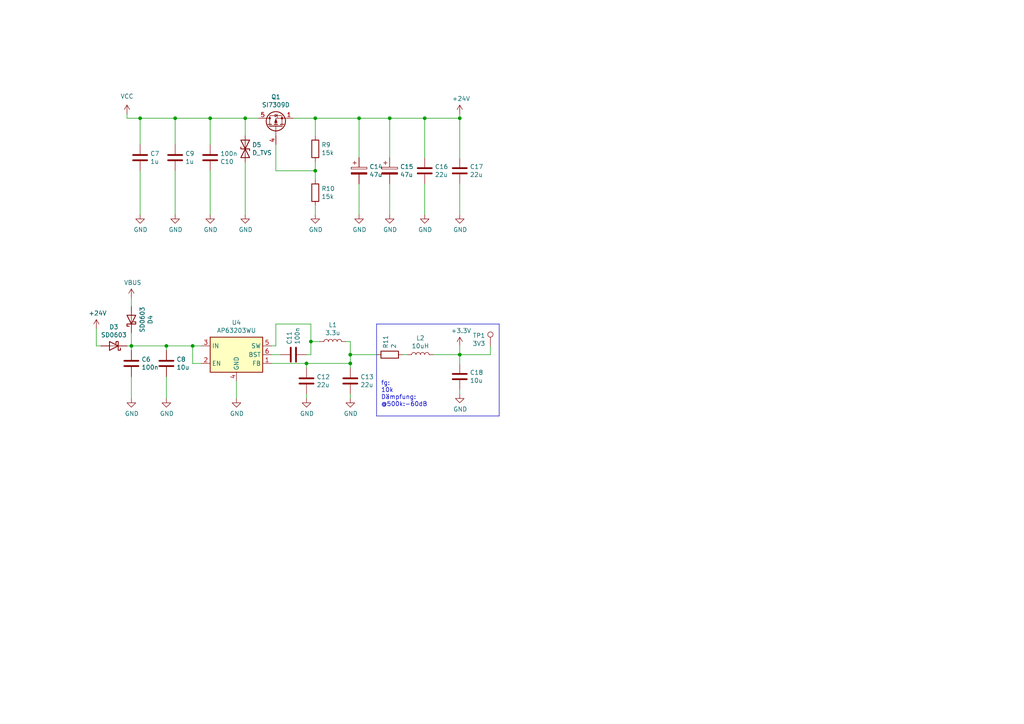
<source format=kicad_sch>
(kicad_sch (version 20230121) (generator eeschema)
  (paper "A4")
  (lib_symbols
    (symbol "Connector:TestPoint" (pin_numbers hide) (pin_names (offset 0.762) hide)
      (property "Reference" "TP" (at 0 6.858 0))
      (property "Value" "TestPoint" (at 0 5.08 0))
      (symbol "TestPoint_0_1"
        (circle (center 0 3.302) (radius 0.762))
      )
      (symbol "TestPoint_1_1"
        (pin passive line (at 0 0 90) (length 2.54) (name "1") (number "1"))
      )
    )
    (symbol "Device:C" (pin_numbers hide) (pin_names (offset 0.254))
      (property "Reference" "C" (at 0.635 2.54 0))
      (property "Value" "C" (at 0.635 -2.54 0))
      (symbol "C_0_1"
        (polyline (pts (xy -2.032 -0.762) (xy 2.032 -0.762)) (stroke (width 0.508)))
        (polyline (pts (xy -2.032 0.762) (xy 2.032 0.762)) (stroke (width 0.508)))
      )
      (symbol "C_1_1"
        (pin passive line (at 0 3.81 270) (length 2.794) (name "~") (number "1"))
        (pin passive line (at 0 -3.81 90) (length 2.794) (name "~") (number "2"))
      )
    )
    (symbol "Device:C_Polarized" (pin_numbers hide) (pin_names (offset 0.254))
      (property "Reference" "C" (at 0.635 2.54 0))
      (property "Value" "C_Polarized" (at 0.635 -2.54 0))
      (symbol "C_Polarized_0_1"
        (rectangle (start -2.286 0.508) (end 2.286 1.016))
        (polyline (pts (xy -1.778 2.286) (xy -0.762 2.286)))
        (polyline (pts (xy -1.27 2.794) (xy -1.27 1.778)))
        (rectangle (start 2.286 -0.508) (end -2.286 -1.016) (fill (type outline)))
      )
      (symbol "C_Polarized_1_1"
        (pin passive line (at 0 3.81 270) (length 2.794) (name "~") (number "1"))
        (pin passive line (at 0 -3.81 90) (length 2.794) (name "~") (number "2"))
      )
    )
    (symbol "Device:D_Schottky" (pin_numbers hide) (pin_names (offset 1.016) hide)
      (property "Reference" "D" (at 0 2.54 0))
      (property "Value" "D_Schottky" (at 0 -2.54 0))
      (symbol "D_Schottky_0_1"
        (polyline (pts (xy 1.27 0) (xy -1.27 0)))
        (polyline (pts (xy 1.27 1.27) (xy 1.27 -1.27) (xy -1.27 0) (xy 1.27 1.27)) (stroke (width 0.254)))
        (polyline (pts (xy -1.905 0.635) (xy -1.905 1.27) (xy -1.27 1.27) (xy -1.27 -1.27) (xy -0.635 -1.27) (xy -0.635 -0.635)) (stroke (width 0.254)))
      )
      (symbol "D_Schottky_1_1"
        (pin passive line (at -3.81 0 0) (length 2.54) (name "K") (number "1"))
        (pin passive line (at 3.81 0 180) (length 2.54) (name "A") (number "2"))
      )
    )
    (symbol "Device:D_TVS" (pin_numbers hide) (pin_names (offset 1.016) hide)
      (property "Reference" "D" (at 0 2.54 0))
      (property "Value" "D_TVS" (at 0 -2.54 0))
      (symbol "D_TVS_0_1"
        (polyline (pts (xy 1.27 0) (xy -1.27 0)))
        (polyline (pts (xy 0.508 1.27) (xy 0 1.27) (xy 0 -1.27) (xy -0.508 -1.27)) (stroke (width 0.254)))
        (polyline (pts (xy -2.54 1.27) (xy -2.54 -1.27) (xy 2.54 1.27) (xy 2.54 -1.27) (xy -2.54 1.27)) (stroke (width 0.254)))
      )
      (symbol "D_TVS_1_1"
        (pin passive line (at -3.81 0 0) (length 2.54) (name "A1") (number "1"))
        (pin passive line (at 3.81 0 180) (length 2.54) (name "A2") (number "2"))
      )
    )
    (symbol "Device:L" (pin_numbers hide) (pin_names (offset 1.016) hide)
      (property "Reference" "L" (at -1.27 0 90))
      (property "Value" "L" (at 1.905 0 90))
      (symbol "L_0_1"
        (arc (start 0 -2.54) (mid 0.6323 -1.905) (end 0 -1.27))
        (arc (start 0 -1.27) (mid 0.6323 -0.635) (end 0 0))
        (arc (start 0 0) (mid 0.6323 0.635) (end 0 1.27))
        (arc (start 0 1.27) (mid 0.6323 1.905) (end 0 2.54))
      )
      (symbol "L_1_1"
        (pin passive line (at 0 3.81 270) (length 1.27) (name "1") (number "1"))
        (pin passive line (at 0 -3.81 90) (length 1.27) (name "2") (number "2"))
      )
    )
    (symbol "Device:R" (pin_numbers hide) (pin_names (offset 0))
      (property "Reference" "R" (at 2.032 0 90))
      (property "Value" "R" (at 0 0 90))
      (symbol "R_0_1"
        (rectangle (start -1.016 -2.54) (end 1.016 2.54) (stroke (width 0.254)))
      )
      (symbol "R_1_1"
        (pin passive line (at 0 3.81 270) (length 1.27) (name "~") (number "1"))
        (pin passive line (at 0 -3.81 90) (length 1.27) (name "~") (number "2"))
      )
    )
    (symbol "Regulator_Switching:AP63203WU"
      (property "Reference" "U" (at -7.62 6.35 0))
      (property "Value" "AP63203WU" (at 2.54 6.35 0))
      (symbol "AP63203WU_0_1"
        (rectangle (start -7.62 5.08) (end 7.62 -5.08) (stroke (width 0.254)) (fill (type background)))
      )
      (symbol "AP63203WU_1_1"
        (pin input line (at 10.16 -2.54 180) (length 2.54) (name "FB") (number "1"))
        (pin input line (at -10.16 -2.54 0) (length 2.54) (name "EN") (number "2"))
        (pin power_in line (at -10.16 2.54 0) (length 2.54) (name "IN") (number "3"))
        (pin power_in line (at 0 -7.62 90) (length 2.54) (name "GND") (number "4"))
        (pin output line (at 10.16 2.54 180) (length 2.54) (name "SW") (number "5"))
        (pin passive line (at 10.16 0 180) (length 2.54) (name "BST") (number "6"))
      )
    )
    (symbol "Transistor_FET:SiS415DNT" (pin_names hide)
      (property "Reference" "Q" (at 5.08 1.905 0))
      (property "Value" "SiS415DNT" (at 5.08 0 0))
      (symbol "SiS415DNT_0_1"
        (polyline (pts (xy 0.254 0) (xy -2.54 0)))
        (polyline (pts (xy 0.254 1.905) (xy 0.254 -1.905)) (stroke (width 0.254)))
        (polyline (pts (xy 0.762 -1.27) (xy 0.762 -2.286)) (stroke (width 0.254)))
        (polyline (pts (xy 0.762 0.508) (xy 0.762 -0.508)) (stroke (width 0.254)))
        (polyline (pts (xy 0.762 2.286) (xy 0.762 1.27)) (stroke (width 0.254)))
        (polyline (pts (xy 2.54 2.54) (xy 2.54 1.778)))
        (polyline (pts (xy 2.54 -2.54) (xy 2.54 0) (xy 0.762 0)))
        (polyline (pts (xy 0.762 1.778) (xy 3.302 1.778) (xy 3.302 -1.778) (xy 0.762 -1.778)))
        (polyline (pts (xy 2.286 0) (xy 1.27 0.381) (xy 1.27 -0.381) (xy 2.286 0)) (fill (type outline)))
        (polyline (pts (xy 2.794 -0.508) (xy 2.921 -0.381) (xy 3.683 -0.381) (xy 3.81 -0.254)))
        (polyline (pts (xy 3.302 -0.381) (xy 2.921 0.254) (xy 3.683 0.254) (xy 3.302 -0.381)))
        (circle (center 1.651 0) (radius 2.794) (stroke (width 0.254)))
        (circle (center 2.54 -1.778) (radius 0.254) (fill (type outline)))
        (circle (center 2.54 1.778) (radius 0.254) (fill (type outline)))
      )
      (symbol "SiS415DNT_1_1"
        (pin passive line (at 2.54 -5.08 90) (length 2.54) (name "S") (number "1"))
        (pin passive line (at 2.54 -5.08 90) (length 2.54) hide (name "S") (number "2"))
        (pin passive line (at 2.54 -5.08 90) (length 2.54) hide (name "S") (number "3"))
        (pin passive line (at -5.08 0 0) (length 2.54) (name "G") (number "4"))
        (pin passive line (at 2.54 5.08 270) (length 2.54) (name "D") (number "5"))
      )
    )
    (symbol "power:+24V" (power) (pin_names (offset 0))
      (property "Value" "+24V" (at 0 3.556 0))
      (symbol "+24V_0_1"
        (polyline (pts (xy -0.762 1.27) (xy 0 2.54)))
        (polyline (pts (xy 0 0) (xy 0 2.54)))
        (polyline (pts (xy 0 2.54) (xy 0.762 1.27)))
      )
      (symbol "+24V_1_1"
        (pin power_in line (at 0 0 90) (length 0) hide (name "+24V") (number "1"))
      )
    )
    (symbol "power:+3.3V" (power) (pin_names (offset 0))
      (property "Value" "+3.3V" (at 0 3.556 0))
      (symbol "+3.3V_0_1"
        (polyline (pts (xy -0.762 1.27) (xy 0 2.54)))
        (polyline (pts (xy 0 0) (xy 0 2.54)))
        (polyline (pts (xy 0 2.54) (xy 0.762 1.27)))
      )
      (symbol "+3.3V_1_1"
        (pin power_in line (at 0 0 90) (length 0) hide (name "+3.3V") (number "1"))
      )
    )
    (symbol "power:GND" (power) (pin_names (offset 0))
      (property "Value" "GND" (at 0 -3.81 0))
      (symbol "GND_0_1"
        (polyline (pts (xy 0 0) (xy 0 -1.27) (xy 1.27 -1.27) (xy 0 -2.54) (xy -1.27 -1.27) (xy 0 -1.27)))
      )
      (symbol "GND_1_1"
        (pin power_in line (at 0 0 270) (length 0) hide (name "GND") (number "1"))
      )
    )
    (symbol "power:VBUS" (power) (pin_names (offset 0))
      (property "Value" "VBUS" (at 0 3.81 0))
      (symbol "VBUS_0_1"
        (polyline (pts (xy -0.762 1.27) (xy 0 2.54)))
        (polyline (pts (xy 0 0) (xy 0 2.54)))
        (polyline (pts (xy 0 2.54) (xy 0.762 1.27)))
      )
      (symbol "VBUS_1_1"
        (pin power_in line (at 0 0 90) (length 0) hide (name "VBUS") (number "1"))
      )
    )
    (symbol "power:VCC" (power) (pin_names (offset 0))
      (property "Value" "VCC" (at 0 3.81 0))
      (symbol "VCC_0_1"
        (polyline (pts (xy -0.762 1.27) (xy 0 2.54)))
        (polyline (pts (xy 0 0) (xy 0 2.54)))
        (polyline (pts (xy 0 2.54) (xy 0.762 1.27)))
      )
      (symbol "VCC_1_1"
        (pin power_in line (at 0 0 90) (length 0) hide (name "VCC") (number "1"))
      )
    )
  )
  (junction (at 104.14 34.29))
  (junction (at 50.8 34.29))
  (junction (at 38.1 100.33))
  (junction (at 91.44 34.29))
  (junction (at 40.64 34.29))
  (junction (at 101.6 105.41))
  (junction (at 101.6 102.87))
  (junction (at 60.96 34.29))
  (junction (at 88.9 105.41))
  (junction (at 123.19 34.29))
  (junction (at 55.88 100.33))
  (junction (at 113.03 34.29))
  (junction (at 48.26 100.33))
  (junction (at 90.17 99.06))
  (junction (at 133.35 102.87))
  (junction (at 71.12 34.29))
  (junction (at 91.44 49.53))
  (junction (at 133.35 34.29))
  (wire (pts (xy 116.84 102.87) (xy 118.11 102.87)))
  (wire (pts (xy 88.9 102.87) (xy 90.17 102.87)))
  (wire (pts (xy 71.12 34.29) (xy 74.93 34.29)))
  (wire (pts (xy 100.33 99.06) (xy 101.6 99.06)))
  (wire (pts (xy 104.14 62.23) (xy 104.14 53.34)))
  (wire (pts (xy 133.35 100.33) (xy 133.35 102.87)))
  (wire (pts (xy 36.83 100.33) (xy 38.1 100.33)))
  (wire (pts (xy 85.09 34.29) (xy 91.44 34.29)))
  (wire (pts (xy 90.17 99.06) (xy 90.17 93.98)))
  (wire (pts (xy 40.64 62.23) (xy 40.64 49.53)))
  (wire (pts (xy 90.17 99.06) (xy 90.17 102.87)))
  (wire (pts (xy 81.28 102.87) (xy 78.74 102.87)))
  (wire (pts (xy 101.6 99.06) (xy 101.6 102.87)))
  (wire (pts (xy 104.14 45.72) (xy 104.14 34.29)))
  (wire (pts (xy 58.42 105.41) (xy 55.88 105.41)))
  (wire (pts (xy 80.01 100.33) (xy 80.01 93.98)))
  (wire (pts (xy 133.35 114.3) (xy 133.35 113.03)))
  (wire (pts (xy 48.26 100.33) (xy 55.88 100.33)))
  (wire (pts (xy 78.74 105.41) (xy 88.9 105.41)))
  (wire (pts (xy 38.1 100.33) (xy 48.26 100.33)))
  (wire (pts (xy 68.58 115.57) (xy 68.58 110.49)))
  (wire (pts (xy 55.88 105.41) (xy 55.88 100.33)))
  (wire (pts (xy 50.8 62.23) (xy 50.8 49.53)))
  (wire (pts (xy 91.44 34.29) (xy 91.44 39.37)))
  (wire (pts (xy 133.35 62.23) (xy 133.35 53.34)))
  (wire (pts (xy 125.73 102.87) (xy 133.35 102.87)))
  (polyline (pts (xy 144.78 120.65) (xy 109.22 120.65)))
  (wire (pts (xy 27.94 100.33) (xy 29.21 100.33)))
  (wire (pts (xy 91.44 49.53) (xy 91.44 52.07)))
  (wire (pts (xy 91.44 62.23) (xy 91.44 59.69)))
  (wire (pts (xy 80.01 93.98) (xy 90.17 93.98)))
  (wire (pts (xy 113.03 34.29) (xy 123.19 34.29)))
  (wire (pts (xy 40.64 34.29) (xy 50.8 34.29)))
  (wire (pts (xy 133.35 34.29) (xy 133.35 45.72)))
  (wire (pts (xy 101.6 102.87) (xy 101.6 105.41)))
  (wire (pts (xy 91.44 34.29) (xy 104.14 34.29)))
  (wire (pts (xy 123.19 34.29) (xy 123.19 45.72)))
  (wire (pts (xy 55.88 100.33) (xy 58.42 100.33)))
  (wire (pts (xy 71.12 34.29) (xy 71.12 39.37)))
  (wire (pts (xy 133.35 105.41) (xy 133.35 102.87)))
  (wire (pts (xy 40.64 34.29) (xy 40.64 41.91)))
  (wire (pts (xy 101.6 115.57) (xy 101.6 114.3)))
  (wire (pts (xy 101.6 102.87) (xy 109.22 102.87)))
  (wire (pts (xy 60.96 34.29) (xy 71.12 34.29)))
  (wire (pts (xy 80.01 49.53) (xy 91.44 49.53)))
  (wire (pts (xy 50.8 41.91) (xy 50.8 34.29)))
  (wire (pts (xy 88.9 105.41) (xy 101.6 105.41)))
  (wire (pts (xy 123.19 62.23) (xy 123.19 53.34)))
  (wire (pts (xy 50.8 34.29) (xy 60.96 34.29)))
  (wire (pts (xy 38.1 100.33) (xy 38.1 101.6)))
  (wire (pts (xy 113.03 45.72) (xy 113.03 34.29)))
  (wire (pts (xy 27.94 95.25) (xy 27.94 100.33)))
  (wire (pts (xy 60.96 62.23) (xy 60.96 49.53)))
  (wire (pts (xy 60.96 34.29) (xy 60.96 41.91)))
  (wire (pts (xy 123.19 34.29) (xy 133.35 34.29)))
  (wire (pts (xy 78.74 100.33) (xy 80.01 100.33)))
  (wire (pts (xy 36.83 33.02) (xy 36.83 34.29)))
  (wire (pts (xy 91.44 46.99) (xy 91.44 49.53)))
  (polyline (pts (xy 109.22 120.65) (xy 109.22 93.98)))
  (polyline (pts (xy 109.22 93.98) (xy 144.78 93.98)))
  (wire (pts (xy 36.83 34.29) (xy 40.64 34.29)))
  (wire (pts (xy 92.71 99.06) (xy 90.17 99.06)))
  (wire (pts (xy 133.35 34.29) (xy 133.35 33.02)))
  (wire (pts (xy 142.24 102.87) (xy 142.24 100.33)))
  (wire (pts (xy 38.1 115.57) (xy 38.1 109.22)))
  (wire (pts (xy 104.14 34.29) (xy 113.03 34.29)))
  (wire (pts (xy 38.1 86.36) (xy 38.1 88.9)))
  (wire (pts (xy 88.9 106.68) (xy 88.9 105.41)))
  (wire (pts (xy 71.12 62.23) (xy 71.12 46.99)))
  (wire (pts (xy 113.03 62.23) (xy 113.03 53.34)))
  (wire (pts (xy 80.01 41.91) (xy 80.01 49.53)))
  (wire (pts (xy 48.26 115.57) (xy 48.26 109.22)))
  (wire (pts (xy 101.6 106.68) (xy 101.6 105.41)))
  (wire (pts (xy 48.26 101.6) (xy 48.26 100.33)))
  (wire (pts (xy 88.9 115.57) (xy 88.9 114.3)))
  (wire (pts (xy 133.35 102.87) (xy 142.24 102.87)))
  (polyline (pts (xy 144.78 93.98) (xy 144.78 120.65)))
  (wire (pts (xy 38.1 96.52) (xy 38.1 100.33)))
  (text "fg:\n10k\nDämpfung:\n@500k:-60dB" (at 110.49 118.11 0) (effects (font (size 1.27 1.27)) (justify left bottom)))
  (symbol (lib_id "Device:C") (at 60.96 45.72 0) (mirror y) (unit 1)
    (property "Reference" "C10" (at 63.881 46.8884 0) (effects (justify right)))
    (property "Value" "100n" (at 63.881 44.577 0) (effects (justify right)))
    (property "Footprint" "Capacitor_SMD:C_0603_1608Metric" (effects hide))
    (property "Datasheet" "https://www.mouser.ch/datasheet/2/585/MLCC-1837944.pdf" (effects hide))
    (property "Hersteller Nr." "CL10B104KB8NNWC" (effects hide))
    (property "Mouser Nr." "187-CL10B104KB8NNWC" (effects hide))
  )
  (symbol (lib_id "power:GND") (at 113.03 62.23 0) (unit 1)
    (property "Reference" "#PWR0123" (effects hide))
    (property "Value" "GND" (at 113.157 66.6242 0))
  )
  (symbol (lib_id "Device:C_Polarized") (at 104.14 49.53 0) (unit 1)
    (property "Reference" "C14" (at 107.1372 48.3616 0) (effects (justify left)))
    (property "Value" "47u" (at 107.1372 50.673 0) (effects (justify left)))
    (property "Footprint" "Capacitor_SMD:CP_Elec_5x5.8" (effects hide))
    (property "Datasheet" "https://www.mouser.ch/datasheet/2/315/ABA0000C1240-1130326.pdf" (effects hide))
    (property "Hersteller Nr." "EEE-FT1V470AR" (effects hide))
    (property "Mouser Nr." "667-EEE-FT1V470AR" (effects hide))
  )
  (symbol (lib_id "Device:D_Schottky") (at 33.02 100.33 180) (unit 1)
    (property "Reference" "D3" (at 33.02 94.8436 0))
    (property "Value" "SD0603" (at 33.02 97.155 0))
    (property "Footprint" "Diode_SMD:D_0603_1608Metric" (effects hide))
    (property "Datasheet" "https://www.mouser.ch/datasheet/2/40/schottky-776407.pdf" (effects hide))
    (property "Hersteller Nr." "SD0603S040S0R2" (effects hide))
    (property "Mouser Nr." "581-SD0603S040S0R2 " (effects hide))
  )
  (symbol (lib_id "power:GND") (at 71.12 62.23 0) (unit 1)
    (property "Reference" "#PWR0134" (effects hide))
    (property "Value" "GND" (at 71.247 66.6242 0))
  )
  (symbol (lib_id "Device:C") (at 101.6 110.49 180) (unit 1)
    (property "Reference" "C13" (at 104.521 109.3216 0) (effects (justify right)))
    (property "Value" "22u" (at 104.521 111.633 0) (effects (justify right)))
    (property "Footprint" "Capacitor_SMD:C_0805_2012Metric" (effects hide))
    (property "Datasheet" "https://www.mouser.ch/datasheet/2/585/MLCC-1837944.pdf" (effects hide))
    (property "Hersteller Nr." "CL21A226MAYNNNE" (effects hide))
    (property "Mouser Nr." "187-CL21A226MAYNNNE" (effects hide))
  )
  (symbol (lib_id "power:GND") (at 104.14 62.23 0) (unit 1)
    (property "Reference" "#PWR0122" (effects hide))
    (property "Value" "GND" (at 104.267 66.6242 0))
  )
  (symbol (lib_id "Device:R") (at 91.44 43.18 0) (unit 1)
    (property "Reference" "R9" (at 93.218 42.0116 0) (effects (justify left)))
    (property "Value" "15k" (at 93.218 44.323 0) (effects (justify left)))
    (property "Footprint" "Resistor_SMD:R_0603_1608Metric" (effects hide))
    (property "Datasheet" "https://www.mouser.ch/datasheet/2/315/AOA0000C304-1149620.pdf" (effects hide))
    (property "Hersteller Nr." "ERJ-3EKF1502V " (effects hide))
    (property "Mouser Nr." "667-ERJ-3EKF1502V " (effects hide))
  )
  (symbol (lib_id "Device:R") (at 113.03 102.87 90) (unit 1)
    (property "Reference" "R11" (at 111.8616 101.092 0) (effects (justify left)))
    (property "Value" "2" (at 114.173 101.092 0) (effects (justify left)))
    (property "Footprint" "Resistor_SMD:R_0603_1608Metric" (effects hide))
    (property "Datasheet" "https://www.mouser.ch/datasheet/2/54/cr-1858361.pdf" (effects hide))
    (property "Hersteller Nr." "CR0603-J/-2R0ELF" (effects hide))
    (property "Mouser Nr." "652-CR0603-J/-2R0ELF" (effects hide))
  )
  (symbol (lib_id "power:GND") (at 40.64 62.23 0) (unit 1)
    (property "Reference" "#PWR0139" (effects hide))
    (property "Value" "GND" (at 40.767 66.6242 0))
  )
  (symbol (lib_id "Connector:TestPoint") (at 142.24 100.33 0) (mirror y) (unit 1)
    (property "Reference" "TP1" (at 140.7668 97.3328 0) (effects (justify left)))
    (property "Value" "3V3" (at 140.7668 99.6442 0) (effects (justify left)))
    (property "Footprint" "TestPoint:TestPoint_Pad_D1.0mm" (effects hide))
  )
  (symbol (lib_id "power:+24V") (at 133.35 33.02 0) (unit 1)
    (property "Reference" "#PWR0128" (effects hide))
    (property "Value" "+24V" (at 133.731 28.6258 0))
  )
  (symbol (lib_id "Device:L") (at 121.92 102.87 90) (unit 1)
    (property "Reference" "L2" (at 121.92 98.044 90))
    (property "Value" "10uH" (at 121.92 100.3554 90))
    (property "Footprint" "Inductor_SMD:L_0603_1608Metric" (effects hide))
    (property "Datasheet" "https://www.mouser.ch/datasheet/2/281/LQM18DH100M70_23-1948371.pdf" (effects hide))
    (property "Hersteller Nr." "LQM18DH100M70L" (effects hide))
    (property "Mouser Nr." "81-LQM18DH100M70L" (effects hide))
  )
  (symbol (lib_id "power:+3.3V") (at 133.35 100.33 0) (unit 1)
    (property "Reference" "#PWR0129" (effects hide))
    (property "Value" "+3.3V" (at 133.731 95.9358 0))
  )
  (symbol (lib_id "Device:L") (at 96.52 99.06 90) (unit 1)
    (property "Reference" "L1" (at 96.52 94.234 90))
    (property "Value" "3.3u" (at 96.52 96.5454 90))
    (property "Footprint" "Inductor_SMD:L_0805_2012Metric" (effects hide))
    (property "Datasheet" "https://www.mouser.ch/datasheet/2/427/imc08051-1763337.pdf" (effects hide))
    (property "Hersteller Nr." "IMC0805ER3R3J01" (effects hide))
    (property "Mouser Nr." "70-IMC0805ER3R3J01" (effects hide))
  )
  (symbol (lib_id "Device:C") (at 123.19 49.53 180) (unit 1)
    (property "Reference" "C16" (at 126.111 48.3616 0) (effects (justify right)))
    (property "Value" "22u" (at 126.111 50.673 0) (effects (justify right)))
    (property "Footprint" "Capacitor_SMD:C_0805_2012Metric" (effects hide))
    (property "Datasheet" "https://www.mouser.ch/datasheet/2/585/MLCC-1837944.pdf" (effects hide))
    (property "Hersteller Nr." "CL21A226MAYNNNE" (effects hide))
    (property "Mouser Nr." "187-CL21A226MAYNNNE" (effects hide))
  )
  (symbol (lib_id "Device:C_Polarized") (at 113.03 49.53 0) (unit 1)
    (property "Reference" "C15" (at 116.0272 48.3616 0) (effects (justify left)))
    (property "Value" "47u" (at 116.0272 50.673 0) (effects (justify left)))
    (property "Footprint" "Capacitor_SMD:CP_Elec_5x5.8" (effects hide))
    (property "Datasheet" "https://www.mouser.ch/datasheet/2/315/ABA0000C1240-1130326.pdf" (effects hide))
    (property "Hersteller Nr." "EEE-FT1V470AR" (effects hide))
    (property "Mouser Nr." "667-EEE-FT1V470AR" (effects hide))
  )
  (symbol (lib_id "Device:C") (at 40.64 45.72 180) (unit 1)
    (property "Reference" "C7" (at 43.561 44.5516 0) (effects (justify right)))
    (property "Value" "1u" (at 43.561 46.863 0) (effects (justify right)))
    (property "Footprint" "Capacitor_SMD:C_0603_1608Metric" (effects hide))
    (property "Datasheet" "https://www.mouser.ch/ProductDetail/Samsung-Electro-Mechanics/CL10A105KA8NFNC?qs=%252B6g0mu59x7ItvV%2F7DV9Lig%3D%3D" (effects hide))
    (property "Hersteller Nr." "CL10A105KA8NFNC" (effects hide))
    (property "Mouser Nr." "187-CL10A105KA8NFNC" (effects hide))
  )
  (symbol (lib_id "power:GND") (at 91.44 62.23 0) (unit 1)
    (property "Reference" "#PWR0121" (effects hide))
    (property "Value" "GND" (at 91.567 66.6242 0))
  )
  (symbol (lib_id "Device:C") (at 133.35 109.22 180) (unit 1)
    (property "Reference" "C18" (at 136.271 108.0516 0) (effects (justify right)))
    (property "Value" "10u" (at 136.271 110.363 0) (effects (justify right)))
    (property "Footprint" "Capacitor_SMD:C_0603_1608Metric" (effects hide))
    (property "Datasheet" "https://www.mouser.ch/datasheet/2/585/MLCC-1837944.pdf" (effects hide))
    (property "Hersteller Nr." "CL10A106MA8NRNC" (effects hide))
    (property "Mouser Nr." "187-CL10A106MA8NRNC" (effects hide))
  )
  (symbol (lib_id "Device:D_TVS") (at 71.12 43.18 270) (unit 1)
    (property "Reference" "D5" (at 73.1266 42.0116 90) (effects (justify left)))
    (property "Value" "D_TVS" (at 73.1266 44.323 90) (effects (justify left)))
    (property "Footprint" "Diode_SMD:D_0603_1608Metric" (effects hide))
  )
  (symbol (lib_id "power:VCC") (at 36.83 33.02 0) (unit 1)
    (property "Reference" "#PWR0133" (effects hide))
    (property "Value" "VCC" (at 36.83 27.94 0))
  )
  (symbol (lib_id "power:GND") (at 101.6 115.57 0) (unit 1)
    (property "Reference" "#PWR0127" (effects hide))
    (property "Value" "GND" (at 101.727 119.9642 0))
  )
  (symbol (lib_id "Device:D_Schottky") (at 38.1 92.71 90) (unit 1)
    (property "Reference" "D4" (at 43.5864 92.71 0))
    (property "Value" "SD0603" (at 41.275 92.71 0))
    (property "Footprint" "Diode_SMD:D_0603_1608Metric" (effects hide))
    (property "Datasheet" "https://www.mouser.ch/datasheet/2/40/schottky-776407.pdf" (effects hide))
    (property "Hersteller Nr." "SD0603S040S0R2" (effects hide))
    (property "Mouser Nr." "581-SD0603S040S0R2 " (effects hide))
  )
  (symbol (lib_id "power:VBUS") (at 38.1 86.36 0) (unit 1)
    (property "Reference" "#PWR0126" (effects hide))
    (property "Value" "VBUS" (at 38.481 81.9658 0))
  )
  (symbol (lib_id "Regulator_Switching:AP63203WU") (at 68.58 102.87 0) (unit 1)
    (property "Reference" "U4" (at 68.58 93.5482 0))
    (property "Value" "AP63203WU" (at 68.58 95.8596 0))
    (property "Footprint" "Package_TO_SOT_SMD:SOT-23-6" (effects hide))
    (property "Datasheet" "https://www.mouser.ch/ProductDetail/Diodes-Incorporated/AP63203WU-7?qs=u16ybLDytRZ1JqxbuLkMJw%3D%3D" (effects hide))
    (property "Hersteller Nr." "AP63203WU-7" (effects hide))
    (property "Mouser Nr." "621-AP63203WU-7" (effects hide))
  )
  (symbol (lib_id "power:GND") (at 50.8 62.23 0) (unit 1)
    (property "Reference" "#PWR0138" (effects hide))
    (property "Value" "GND" (at 50.927 66.6242 0))
  )
  (symbol (lib_id "power:GND") (at 123.19 62.23 0) (unit 1)
    (property "Reference" "#PWR0124" (effects hide))
    (property "Value" "GND" (at 123.317 66.6242 0))
  )
  (symbol (lib_id "power:GND") (at 68.58 115.57 0) (unit 1)
    (property "Reference" "#PWR0132" (effects hide))
    (property "Value" "GND" (at 68.707 119.9642 0))
  )
  (symbol (lib_id "power:GND") (at 133.35 62.23 0) (unit 1)
    (property "Reference" "#PWR0120" (effects hide))
    (property "Value" "GND" (at 133.477 66.6242 0))
  )
  (symbol (lib_id "Device:C") (at 38.1 105.41 0) (unit 1)
    (property "Reference" "C6" (at 41.021 104.2416 0) (effects (justify left)))
    (property "Value" "100n" (at 41.021 106.553 0) (effects (justify left)))
    (property "Footprint" "Capacitor_SMD:C_0603_1608Metric" (effects hide))
    (property "Datasheet" "https://www.mouser.ch/datasheet/2/585/MLCC-1837944.pdf" (effects hide))
    (property "Hersteller Nr." "CL10B104KB8NNWC" (effects hide))
    (property "Mouser Nr." "187-CL10B104KB8NNWC" (effects hide))
  )
  (symbol (lib_id "power:GND") (at 48.26 115.57 0) (unit 1)
    (property "Reference" "#PWR0136" (effects hide))
    (property "Value" "GND" (at 48.387 119.9642 0))
  )
  (symbol (lib_id "Device:R") (at 91.44 55.88 0) (unit 1)
    (property "Reference" "R10" (at 93.218 54.7116 0) (effects (justify left)))
    (property "Value" "15k" (at 93.218 57.023 0) (effects (justify left)))
    (property "Footprint" "Resistor_SMD:R_0603_1608Metric" (effects hide))
    (property "Datasheet" "https://www.mouser.ch/datasheet/2/315/AOA0000C304-1149620.pdf" (effects hide))
    (property "Hersteller Nr." "ERJ-3EKF1502V " (effects hide))
    (property "Mouser Nr." "667-ERJ-3EKF1502V " (effects hide))
  )
  (symbol (lib_id "Device:C") (at 48.26 105.41 0) (unit 1)
    (property "Reference" "C8" (at 51.181 104.2416 0) (effects (justify left)))
    (property "Value" "10u" (at 51.181 106.553 0) (effects (justify left)))
    (property "Footprint" "Capacitor_SMD:C_0603_1608Metric" (effects hide))
    (property "Datasheet" "https://www.mouser.ch/datasheet/2/585/MLCC-1837944.pdf" (effects hide))
    (property "Hersteller Nr." "CL10A106MA8NRNC" (effects hide))
    (property "Mouser Nr." "187-CL10A106MA8NRNC" (effects hide))
  )
  (symbol (lib_id "Device:C") (at 50.8 45.72 180) (unit 1)
    (property "Reference" "C9" (at 53.721 44.5516 0) (effects (justify right)))
    (property "Value" "1u" (at 53.721 46.863 0) (effects (justify right)))
    (property "Footprint" "Capacitor_SMD:C_0603_1608Metric" (effects hide))
    (property "Datasheet" "https://www.mouser.ch/ProductDetail/Samsung-Electro-Mechanics/CL10A105KA8NFNC?qs=%252B6g0mu59x7ItvV%2F7DV9Lig%3D%3D" (effects hide))
    (property "Hersteller Nr." "CL10A105KA8NFNC" (effects hide))
    (property "Mouser Nr." "187-CL10A105KA8NFNC" (effects hide))
  )
  (symbol (lib_id "power:GND") (at 60.96 62.23 0) (unit 1)
    (property "Reference" "#PWR0135" (effects hide))
    (property "Value" "GND" (at 61.087 66.6242 0))
  )
  (symbol (lib_id "power:GND") (at 133.35 114.3 0) (unit 1)
    (property "Reference" "#PWR0131" (effects hide))
    (property "Value" "GND" (at 133.477 118.6942 0))
  )
  (symbol (lib_id "power:GND") (at 88.9 115.57 0) (unit 1)
    (property "Reference" "#PWR0130" (effects hide))
    (property "Value" "GND" (at 89.027 119.9642 0))
  )
  (symbol (lib_id "power:+24V") (at 27.94 95.25 0) (unit 1)
    (property "Reference" "#PWR0125" (effects hide))
    (property "Value" "+24V" (at 28.321 90.8558 0))
  )
  (symbol (lib_id "Device:C") (at 88.9 110.49 180) (unit 1)
    (property "Reference" "C12" (at 91.821 109.3216 0) (effects (justify right)))
    (property "Value" "22u" (at 91.821 111.633 0) (effects (justify right)))
    (property "Footprint" "Capacitor_SMD:C_0805_2012Metric" (effects hide))
    (property "Datasheet" "https://www.mouser.ch/datasheet/2/585/MLCC-1837944.pdf" (effects hide))
    (property "Hersteller Nr." "CL21A226MAYNNNE" (effects hide))
    (property "Mouser Nr." "187-CL21A226MAYNNNE" (effects hide))
  )
  (symbol (lib_id "power:GND") (at 38.1 115.57 0) (unit 1)
    (property "Reference" "#PWR0137" (effects hide))
    (property "Value" "GND" (at 38.227 119.9642 0))
  )
  (symbol (lib_id "Device:C") (at 133.35 49.53 180) (unit 1)
    (property "Reference" "C17" (at 136.271 48.3616 0) (effects (justify right)))
    (property "Value" "22u" (at 136.271 50.673 0) (effects (justify right)))
    (property "Footprint" "Capacitor_SMD:C_0805_2012Metric" (effects hide))
    (property "Datasheet" "https://www.mouser.ch/datasheet/2/585/MLCC-1837944.pdf" (effects hide))
    (property "Hersteller Nr." "CL21A226MAYNNNE" (effects hide))
    (property "Mouser Nr." "187-CL21A226MAYNNNE" (effects hide))
  )
  (symbol (lib_id "Transistor_FET:SiS415DNT") (at 80.01 36.83 90) (unit 1)
    (property "Reference" "Q1" (at 80.01 28.1178 90))
    (property "Value" "SI7309D" (at 80.01 30.4292 90))
    (property "Footprint" "Package_SO:Vishay_PowerPAK_1212-8_Single" (effects hide))
    (property "Datasheet" "https://www.mouser.ch/datasheet/2/427/73434-1766021.pdf" (effects hide))
    (property "Hersteller Nr." "SI7309DN-T1-E3" (effects hide))
    (property "Mouser Nr." "781-SI7309DN-T1-E3" (effects hide))
  )
  (symbol (lib_id "Device:C") (at 85.09 102.87 270) (unit 1)
    (property "Reference" "C11" (at 83.9216 99.949 0) (effects (justify right)))
    (property "Value" "100n" (at 86.233 99.949 0) (effects (justify right)))
    (property "Footprint" "Capacitor_SMD:C_0603_1608Metric" (effects hide))
    (property "Datasheet" "https://www.mouser.ch/datasheet/2/585/MLCC-1837944.pdf" (effects hide))
    (property "Hersteller Nr." "CL10B104KB8NNWC" (effects hide))
    (property "Mouser Nr." "187-CL10B104KB8NNWC" (effects hide))
  )
)
</source>
